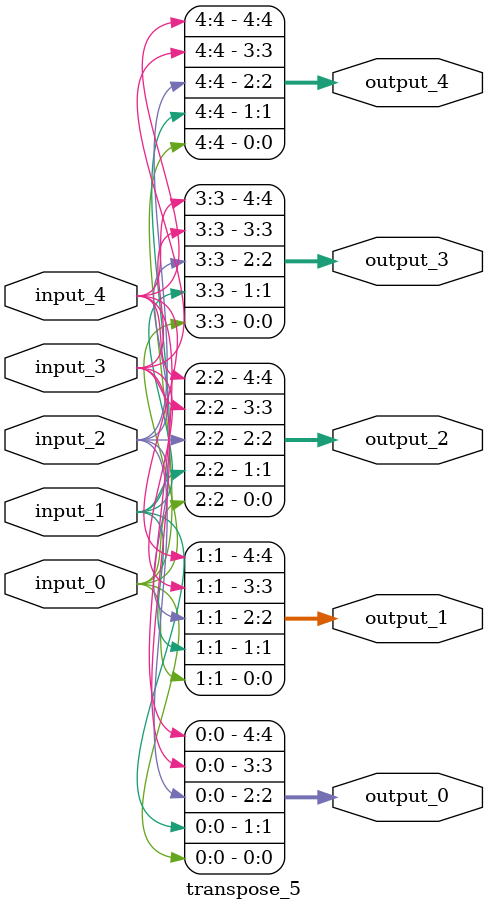
<source format=v>
/****************************************************************************
 *   Copyright (c) 2023 Wenxu Cao
 *  
 *   Filename:         transpose_5.v
 *   Institution:      UESTC
 *   Author:           Wenxu Cao
 *   Version:          1.0
 *   Date:             2023-06-08
 *   Description:      This is a matrix transpose unit.
 *
*****************************************************************************/

module transpose_5(
    input       wire        [4 : 0]        input_0,
    input       wire        [4 : 0]        input_1,
    input       wire        [4 : 0]        input_2,
    input       wire        [4 : 0]        input_3,
    input       wire        [4 : 0]        input_4,

    output      wire        [4 : 0]        output_0,
    output      wire        [4 : 0]        output_1,
    output      wire        [4 : 0]        output_2,
    output      wire        [4 : 0]        output_3,
    output      wire        [4 : 0]        output_4
);

assign output_0 = {
    input_4[0],
    input_3[0],
    input_2[0],
    input_1[0],
    input_0[0]
};

assign output_1 = {
    input_4[1],
    input_3[1],
    input_2[1],
    input_1[1],
    input_0[1]
};

assign output_2 = {
    input_4[2],
    input_3[2],
    input_2[2],
    input_1[2],
    input_0[2]
};

assign output_3 = {
    input_4[3],
    input_3[3],
    input_2[3],
    input_1[3],
    input_0[3]
};

assign output_4 = {
    input_4[4],
    input_3[4],
    input_2[4],
    input_1[4],
    input_0[4]
};

endmodule
</source>
